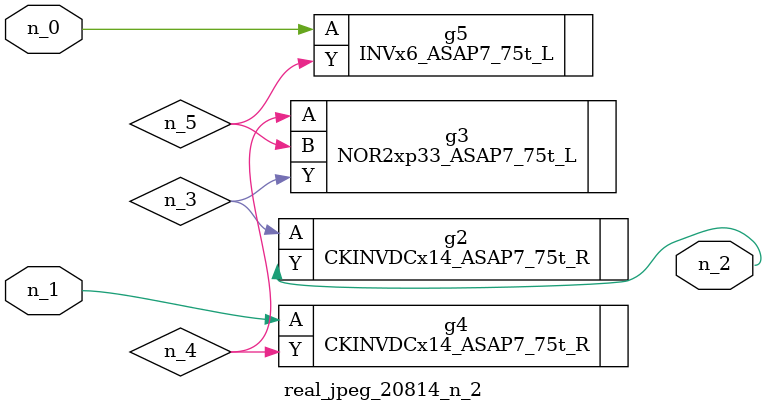
<source format=v>
module real_jpeg_20814_n_2 (n_1, n_0, n_2);

input n_1;
input n_0;

output n_2;

wire n_5;
wire n_4;
wire n_3;

INVx6_ASAP7_75t_L g5 ( 
.A(n_0),
.Y(n_5)
);

CKINVDCx14_ASAP7_75t_R g4 ( 
.A(n_1),
.Y(n_4)
);

CKINVDCx14_ASAP7_75t_R g2 ( 
.A(n_3),
.Y(n_2)
);

NOR2xp33_ASAP7_75t_L g3 ( 
.A(n_4),
.B(n_5),
.Y(n_3)
);


endmodule
</source>
